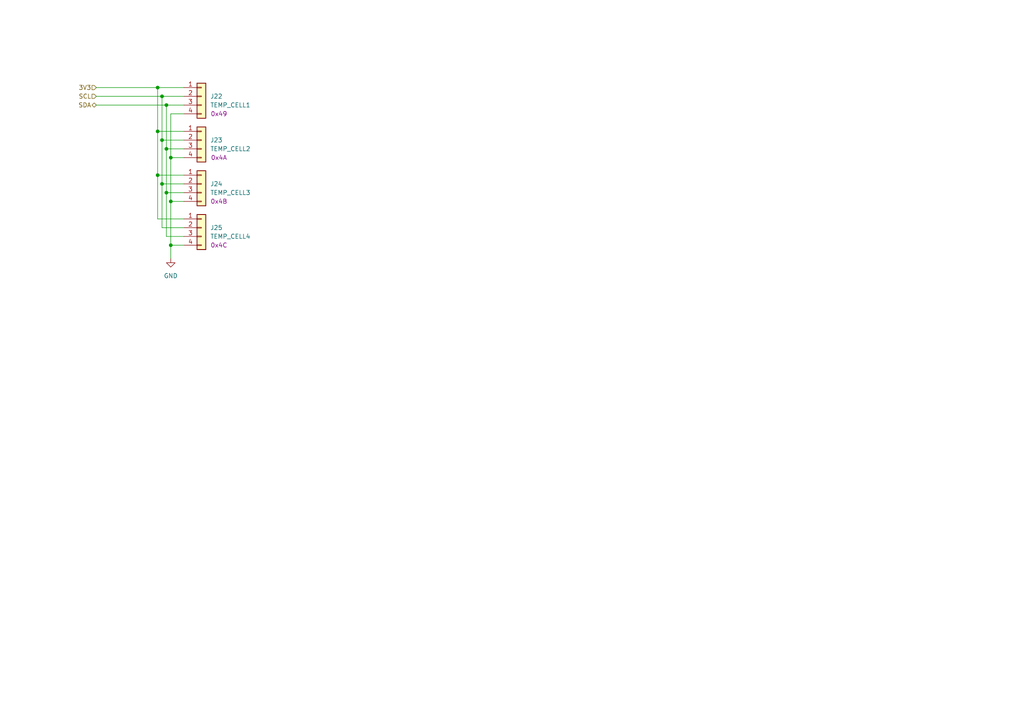
<source format=kicad_sch>
(kicad_sch (version 20230121) (generator eeschema)
  (paper "A4")
  (lib_symbols
    (symbol "benediktibk:rspro_header_4pin_3_5mm" (pin_names (offset 1.016) hide)
      (property "Reference" "J" (at 0 5.08 0))
      (property "Value" "rspro_header_4pin_3_5mm" (at 0 -7.62 0))
      (symbol "rspro_header_4pin_3_5mm_1_1"
        (rectangle (start -1.27 -4.953) (end 0 -5.207) (stroke (width 0.1524)))
        (rectangle (start -1.27 -2.413) (end 0 -2.667) (stroke (width 0.1524)))
        (rectangle (start -1.27 0.127) (end 0 -0.127) (stroke (width 0.1524)))
        (rectangle (start -1.27 2.667) (end 0 2.413) (stroke (width 0.1524)))
        (rectangle (start -1.27 3.81) (end 1.27 -6.35) (stroke (width 0.254)) (fill (type background)))
        (pin passive line (at -5.08 2.54 0) (length 3.81) (name "Pin_1") (number "1"))
        (pin passive line (at -5.08 0 0) (length 3.81) (name "Pin_2") (number "2"))
        (pin passive line (at -5.08 -2.54 0) (length 3.81) (name "Pin_3") (number "3"))
        (pin passive line (at -5.08 -5.08 0) (length 3.81) (name "Pin_4") (number "4"))
      )
    )
    (symbol "power:GND" (power) (pin_names (offset 0))
      (property "Value" "GND" (at 0 -3.81 0))
      (symbol "GND_0_1"
        (polyline (pts (xy 0 0) (xy 0 -1.27) (xy 1.27 -1.27) (xy 0 -2.54) (xy -1.27 -1.27) (xy 0 -1.27)))
      )
      (symbol "GND_1_1"
        (pin power_in line (at 0 0 270) (length 0) hide (name "GND") (number "1"))
      )
    )
  )
  (junction (at 46.99 40.64))
  (junction (at 45.72 50.8))
  (junction (at 46.99 27.94))
  (junction (at 46.99 53.34))
  (junction (at 48.26 30.48))
  (junction (at 45.72 25.4))
  (junction (at 45.72 38.1))
  (junction (at 49.53 45.72))
  (junction (at 49.53 71.12))
  (junction (at 48.26 43.18))
  (junction (at 49.53 58.42))
  (junction (at 48.26 55.88))
  (wire (pts (xy 46.99 53.34) (xy 53.34 53.34)))
  (wire (pts (xy 27.94 27.94) (xy 46.99 27.94)))
  (wire (pts (xy 48.26 55.88) (xy 53.34 55.88)))
  (wire (pts (xy 49.53 45.72) (xy 53.34 45.72)))
  (wire (pts (xy 48.26 30.48) (xy 48.26 43.18)))
  (wire (pts (xy 27.94 30.48) (xy 48.26 30.48)))
  (wire (pts (xy 53.34 33.02) (xy 49.53 33.02)))
  (wire (pts (xy 46.99 40.64) (xy 46.99 53.34)))
  (wire (pts (xy 46.99 66.04) (xy 53.34 66.04)))
  (wire (pts (xy 45.72 38.1) (xy 53.34 38.1)))
  (wire (pts (xy 45.72 38.1) (xy 45.72 50.8)))
  (wire (pts (xy 48.26 43.18) (xy 53.34 43.18)))
  (wire (pts (xy 49.53 45.72) (xy 49.53 58.42)))
  (wire (pts (xy 49.53 71.12) (xy 53.34 71.12)))
  (wire (pts (xy 48.26 68.58) (xy 53.34 68.58)))
  (wire (pts (xy 45.72 25.4) (xy 53.34 25.4)))
  (wire (pts (xy 46.99 53.34) (xy 46.99 66.04)))
  (wire (pts (xy 48.26 55.88) (xy 48.26 68.58)))
  (wire (pts (xy 48.26 30.48) (xy 53.34 30.48)))
  (wire (pts (xy 49.53 58.42) (xy 53.34 58.42)))
  (wire (pts (xy 46.99 40.64) (xy 53.34 40.64)))
  (wire (pts (xy 48.26 43.18) (xy 48.26 55.88)))
  (wire (pts (xy 27.94 25.4) (xy 45.72 25.4)))
  (wire (pts (xy 49.53 33.02) (xy 49.53 45.72)))
  (wire (pts (xy 45.72 50.8) (xy 53.34 50.8)))
  (wire (pts (xy 45.72 50.8) (xy 45.72 63.5)))
  (wire (pts (xy 46.99 27.94) (xy 53.34 27.94)))
  (wire (pts (xy 45.72 25.4) (xy 45.72 38.1)))
  (wire (pts (xy 45.72 63.5) (xy 53.34 63.5)))
  (wire (pts (xy 46.99 27.94) (xy 46.99 40.64)))
  (wire (pts (xy 49.53 71.12) (xy 49.53 74.93)))
  (wire (pts (xy 49.53 58.42) (xy 49.53 71.12)))
  (hierarchical_label "SDA" (shape bidirectional) (at 27.94 30.48 180))
  (hierarchical_label "SCL" (shape input) (at 27.94 27.94 180))
  (hierarchical_label "3V3" (shape input) (at 27.94 25.4 180))
  (symbol (lib_id "benediktibk:rspro_header_4pin_3_5mm") (at 58.42 53.34 0) (unit 1)
    (property "Reference" "J24" (at 60.96 53.34 0) (effects (justify left)))
    (property "Value" "TEMP_CELL3" (at 60.96 55.88 0) (effects (justify left)))
    (property "Footprint" "benediktibk:rspro_header_4pin_3_5mm" (effects hide))
    (property "RS order number" "897-1039" (effects hide))
    (property "I2C Address" "0x4B" (at 63.5 58.42 0))
  )
  (symbol (lib_id "benediktibk:rspro_header_4pin_3_5mm") (at 58.42 27.94 0) (unit 1)
    (property "Reference" "J22" (at 60.96 27.94 0) (effects (justify left)))
    (property "Value" "TEMP_CELL1" (at 60.96 30.48 0) (effects (justify left)))
    (property "Footprint" "benediktibk:rspro_header_4pin_3_5mm" (effects hide))
    (property "RS order number" "897-1039" (effects hide))
    (property "I2C Address" "0x49" (at 63.5 33.02 0))
  )
  (symbol (lib_id "benediktibk:rspro_header_4pin_3_5mm") (at 58.42 40.64 0) (unit 1)
    (property "Reference" "J23" (at 60.96 40.64 0) (effects (justify left)))
    (property "Value" "TEMP_CELL2" (at 60.96 43.18 0) (effects (justify left)))
    (property "Footprint" "benediktibk:rspro_header_4pin_3_5mm" (effects hide))
    (property "RS order number" "897-1039" (effects hide))
    (property "I2C Address" "0x4A" (at 63.5 45.72 0))
  )
  (symbol (lib_id "power:GND") (at 49.53 74.93 0) (unit 1)
    (property "Reference" "#PWR082" (effects hide))
    (property "Value" "GND" (at 49.53 80.01 0))
  )
  (symbol (lib_id "benediktibk:rspro_header_4pin_3_5mm") (at 58.42 66.04 0) (unit 1)
    (property "Reference" "J25" (at 60.96 66.04 0) (effects (justify left)))
    (property "Value" "TEMP_CELL4" (at 60.96 68.58 0) (effects (justify left)))
    (property "Footprint" "benediktibk:rspro_header_4pin_3_5mm" (effects hide))
    (property "RS order number" "897-1039" (effects hide))
    (property "I2C Address" "0x4C" (at 63.5 71.12 0))
  )
)
</source>
